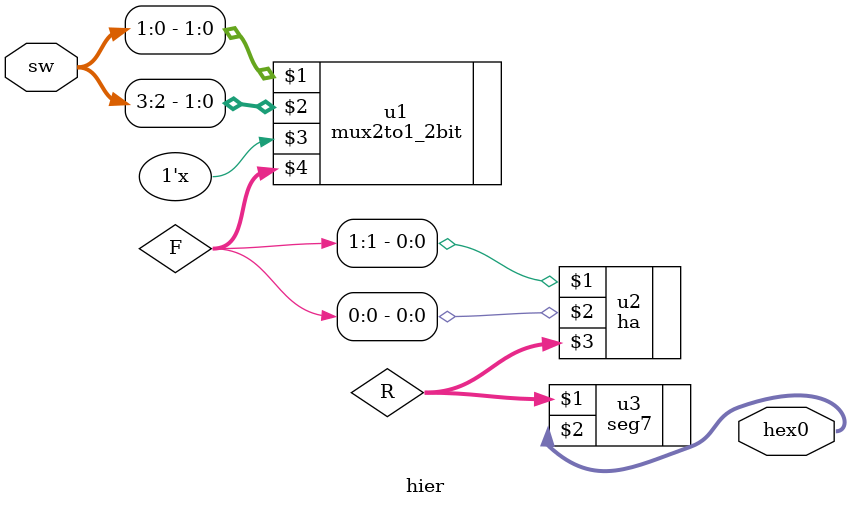
<source format=v>
module hier(input [4:0] sw, output [6:0] hex0);
    wire [1:0] F, R;
    // instantiate subcircuits
    mux2to1_2bit u1 (sw[1:0], sw[3:2], s2[4], F); // Multiplexer

    ha u2 (F[1], F[0], R); // Half Adder

    seg7 u3(R, hex0); // Seg7

endmodule

</source>
